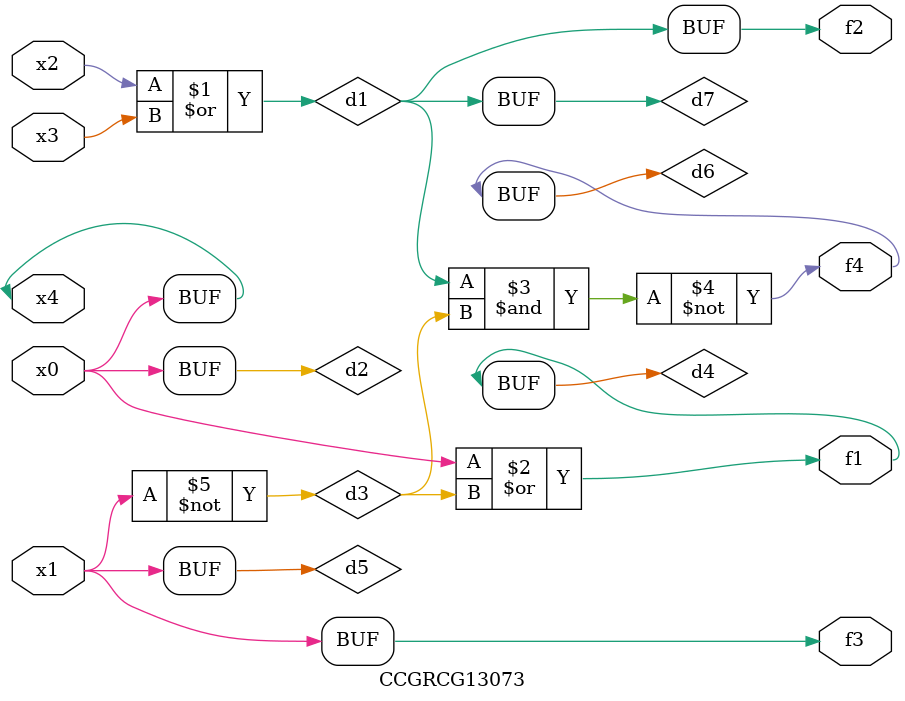
<source format=v>
module CCGRCG13073(
	input x0, x1, x2, x3, x4,
	output f1, f2, f3, f4
);

	wire d1, d2, d3, d4, d5, d6, d7;

	or (d1, x2, x3);
	buf (d2, x0, x4);
	not (d3, x1);
	or (d4, d2, d3);
	not (d5, d3);
	nand (d6, d1, d3);
	or (d7, d1);
	assign f1 = d4;
	assign f2 = d7;
	assign f3 = d5;
	assign f4 = d6;
endmodule

</source>
